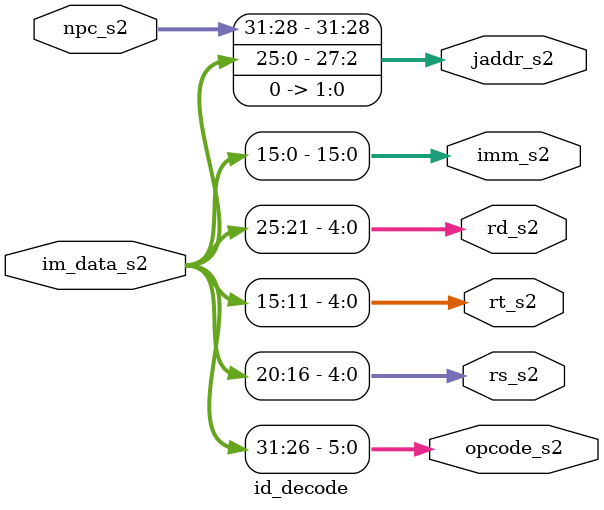
<source format=v>

`ifndef _id_decode
`define _id_decode

module id_decode(
    input [31:0] npc_s2,
    input [31:0] im_data_s2,
    output [5:0] opcode_s2,
    output [4:0] rs_s2,
    output [4:0] rt_s2,
    output [4:0] rd_s2,
    output [15:0] imm_s2,
    output [31:0] jaddr_s2
    );
    assign opcode_s2  = im_data_s2[31:26];
	assign rd_s2 = im_data_s2[25:21];
	assign rs_s2 = im_data_s2[20:16];
	assign rt_s2 = im_data_s2[15:11];
	assign imm_s2 = im_data_s2[15:0];
	assign jaddr_s2 = {npc_s2[31:28], im_data_s2[25:0], {2{1'b0}}};
    
endmodule

`endif






</source>
